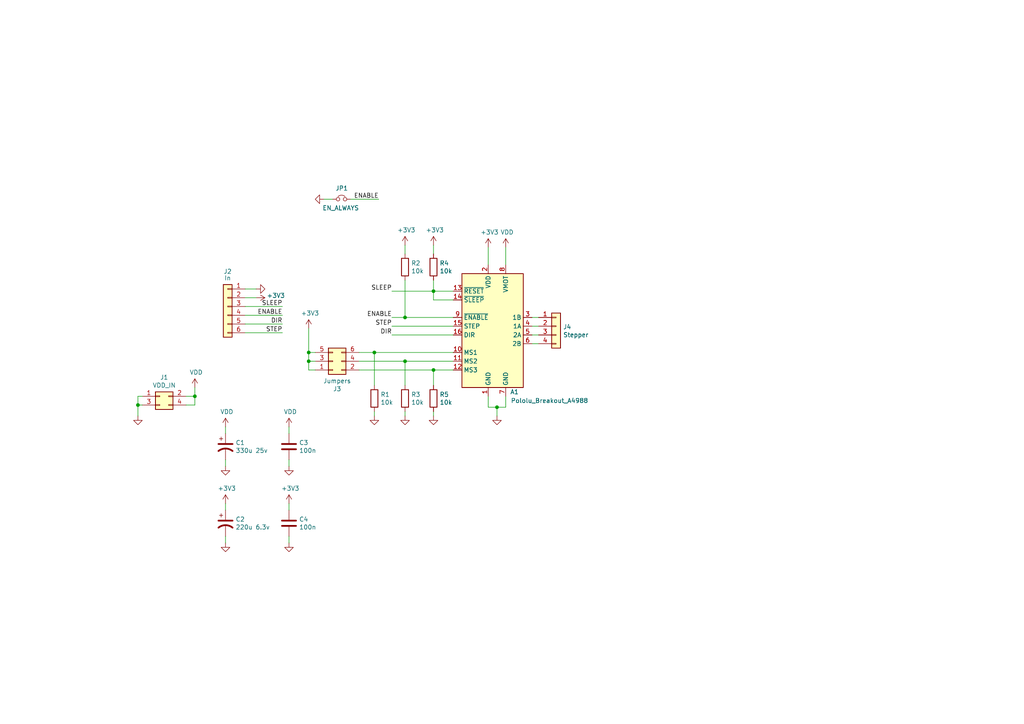
<source format=kicad_sch>
(kicad_sch (version 20200512) (host eeschema "(5.99.0-1804-g711fc999f)")
  (page 1 1)
  (paper "A4")
  (lib_symbols
    (symbol "Connector_Generic:Conn_01x04" (pin_names hide)
      (property "Reference" "J" (at 0 5.08 0))
      (property "Value" "Conn_01x04" (at 0 -7.62 0))
      (symbol "Conn_01x04_1_1"
        (rectangle (start -1.27 -4.953) (end 0 -5.207))
        (rectangle (start -1.27 -2.413) (end 0 -2.667))
        (rectangle (start -1.27 2.667) (end 0 2.413))
        (rectangle (start -1.27 3.81) (end 1.27 -6.35) (stroke (width 0.254)) (fill (type background)))
        (rectangle (start -1.27 0.127) (end 0 -0.127))
        (pin passive line (at -5.08 2.54 0) (length 3.81) (name "Pin_1") (number "1"))
        (pin passive line (at -5.08 0 0) (length 3.81) (name "Pin_2") (number "2"))
        (pin passive line (at -5.08 -2.54 0) (length 3.81) (name "Pin_3") (number "3"))
        (pin passive line (at -5.08 -5.08 0) (length 3.81) (name "Pin_4") (number "4"))
      )
    )
    (symbol "Connector_Generic:Conn_01x06" (pin_names hide)
      (property "Reference" "J" (at 0 7.62 0))
      (property "Value" "Conn_01x06" (at 0 -10.16 0))
      (symbol "Conn_01x06_1_1"
        (rectangle (start -1.27 -4.953) (end 0 -5.207))
        (rectangle (start -1.27 -7.493) (end 0 -7.747))
        (rectangle (start -1.27 -2.413) (end 0 -2.667))
        (rectangle (start -1.27 2.667) (end 0 2.413))
        (rectangle (start -1.27 5.207) (end 0 4.953))
        (rectangle (start -1.27 6.35) (end 1.27 -8.89) (stroke (width 0.254)) (fill (type background)))
        (rectangle (start -1.27 0.127) (end 0 -0.127))
        (pin passive line (at -5.08 5.08 0) (length 3.81) (name "Pin_1") (number "1"))
        (pin passive line (at -5.08 2.54 0) (length 3.81) (name "Pin_2") (number "2"))
        (pin passive line (at -5.08 0 0) (length 3.81) (name "Pin_3") (number "3"))
        (pin passive line (at -5.08 -2.54 0) (length 3.81) (name "Pin_4") (number "4"))
        (pin passive line (at -5.08 -5.08 0) (length 3.81) (name "Pin_5") (number "5"))
        (pin passive line (at -5.08 -7.62 0) (length 3.81) (name "Pin_6") (number "6"))
      )
    )
    (symbol "Connector_Generic:Conn_02x02_Odd_Even" (pin_names hide)
      (property "Reference" "J" (at 1.27 2.54 0))
      (property "Value" "Conn_02x02_Odd_Even" (at 1.27 -5.08 0))
      (symbol "Conn_02x02_Odd_Even_1_1"
        (rectangle (start -1.27 -2.413) (end 0 -2.667))
        (rectangle (start -1.27 0.127) (end 0 -0.127))
        (rectangle (start -1.27 1.27) (end 3.81 -3.81) (stroke (width 0.254)) (fill (type background)))
        (rectangle (start 3.81 -2.413) (end 2.54 -2.667))
        (rectangle (start 3.81 0.127) (end 2.54 -0.127))
        (pin passive line (at -5.08 0 0) (length 3.81) (name "Pin_1") (number "1"))
        (pin passive line (at 7.62 0 180) (length 3.81) (name "Pin_2") (number "2"))
        (pin passive line (at -5.08 -2.54 0) (length 3.81) (name "Pin_3") (number "3"))
        (pin passive line (at 7.62 -2.54 180) (length 3.81) (name "Pin_4") (number "4"))
      )
    )
    (symbol "Connector_Generic:Conn_02x03_Odd_Even" (pin_names hide)
      (property "Reference" "J" (at 1.27 5.08 0))
      (property "Value" "Conn_02x03_Odd_Even" (at 1.27 -5.08 0))
      (symbol "Conn_02x03_Odd_Even_1_1"
        (rectangle (start -1.27 -2.413) (end 0 -2.667))
        (rectangle (start -1.27 2.667) (end 0 2.413))
        (rectangle (start -1.27 3.81) (end 3.81 -3.81) (stroke (width 0.254)) (fill (type background)))
        (rectangle (start -1.27 0.127) (end 0 -0.127))
        (rectangle (start 3.81 -2.413) (end 2.54 -2.667))
        (rectangle (start 3.81 2.667) (end 2.54 2.413))
        (rectangle (start 3.81 0.127) (end 2.54 -0.127))
        (pin passive line (at -5.08 2.54 0) (length 3.81) (name "Pin_1") (number "1"))
        (pin passive line (at 7.62 2.54 180) (length 3.81) (name "Pin_2") (number "2"))
        (pin passive line (at -5.08 0 0) (length 3.81) (name "Pin_3") (number "3"))
        (pin passive line (at 7.62 0 180) (length 3.81) (name "Pin_4") (number "4"))
        (pin passive line (at -5.08 -2.54 0) (length 3.81) (name "Pin_5") (number "5"))
        (pin passive line (at 7.62 -2.54 180) (length 3.81) (name "Pin_6") (number "6"))
      )
    )
    (symbol "Device:C" (pin_numbers hide) (pin_names (offset 0.254))
      (property "Reference" "C" (at 0.635 2.54 0))
      (property "Value" "C" (at 0.635 -2.54 0))
      (symbol "C_0_1"
        (polyline (pts (xy -2.032 -0.762) (xy 2.032 -0.762)) (stroke (width 0.508)))
        (polyline (pts (xy -2.032 0.762) (xy 2.032 0.762)) (stroke (width 0.508)))
      )
      (symbol "C_1_1"
        (pin passive line (at 0 3.81 270) (length 2.794) (name "~") (number "1"))
        (pin passive line (at 0 -3.81 90) (length 2.794) (name "~") (number "2"))
      )
    )
    (symbol "Device:CP1" (pin_numbers hide) (pin_names (offset 0.254) hide)
      (property "Reference" "C" (at 0.635 2.54 0))
      (property "Value" "CP1" (at 0.635 -2.54 0))
      (symbol "CP1_0_1"
        (arc (start -2.032 -1.27) (end 2.032 -1.27) (radius (at 0 -3.81) (length 3.2512) (angles 128.7 51.3)) (stroke (width 0.508)))
        (polyline (pts (xy -2.032 0.762) (xy 2.032 0.762)) (stroke (width 0.508)))
        (polyline (pts (xy -1.778 2.286) (xy -0.762 2.286)))
        (polyline (pts (xy -1.27 1.778) (xy -1.27 2.794)))
      )
      (symbol "CP1_1_1"
        (pin passive line (at 0 3.81 270) (length 2.794) (name "~") (number "1"))
        (pin passive line (at 0 -3.81 90) (length 3.302) (name "~") (number "2"))
      )
    )
    (symbol "Device:Jumper_NC_Small" (pin_numbers hide) (pin_names (offset 0.762) hide)
      (property "Reference" "JP" (at 0 2.032 0))
      (property "Value" "Jumper_NC_Small" (at 0.254 -1.524 0))
      (symbol "Jumper_NC_Small_0_1"
        (arc (start 1.016 0.762) (end -1.016 0.762) (radius (at 0 -0.254) (length 1.4478) (angles 45 135)))
        (circle (center -1.016 0) (radius 0.508))
        (circle (center 1.016 0) (radius 0.508))
        (pin passive line (at -2.54 0 0) (length 1.016) (name "1") (number "1"))
        (pin passive line (at 2.54 0 180) (length 1.016) (name "2") (number "2"))
      )
    )
    (symbol "Device:R" (pin_numbers hide) (pin_names (offset 0))
      (property "Reference" "R" (at 2.032 0 90))
      (property "Value" "R" (at 0 0 90))
      (symbol "R_0_1"
        (rectangle (start -1.016 -2.54) (end 1.016 2.54) (stroke (width 0.254)))
      )
      (symbol "R_1_1"
        (pin passive line (at 0 3.81 270) (length 1.27) (name "~") (number "1"))
        (pin passive line (at 0 -3.81 90) (length 1.27) (name "~") (number "2"))
      )
    )
    (symbol "Driver_Motor:Pololu_Breakout_A4988" (pin_names (offset 0.508))
      (property "Reference" "A" (at -2.54 19.05 0))
      (property "Value" "Pololu_Breakout_A4988" (at -2.54 16.51 0))
      (symbol "Pololu_Breakout_A4988_0_1"
        (rectangle (start 10.16 -17.78) (end -7.62 15.24) (stroke (width 0.254)) (fill (type background)))
      )
      (symbol "Pololu_Breakout_A4988_1_1"
        (pin power_in line (at 0 -20.32 90) (length 2.54) (name "GND") (number "1"))
        (pin input line (at -10.16 -7.62 0) (length 2.54) (name "MS1") (number "10"))
        (pin input line (at -10.16 -10.16 0) (length 2.54) (name "MS2") (number "11"))
        (pin input line (at -10.16 -12.7 0) (length 2.54) (name "MS3") (number "12"))
        (pin input line (at -10.16 10.16 0) (length 2.54) (name "~RESET") (number "13"))
        (pin input line (at -10.16 7.62 0) (length 2.54) (name "~SLEEP") (number "14"))
        (pin input line (at -10.16 0 0) (length 2.54) (name "STEP") (number "15"))
        (pin input line (at -10.16 -2.54 0) (length 2.54) (name "DIR") (number "16"))
        (pin power_in line (at 0 17.78 270) (length 2.54) (name "VDD") (number "2"))
        (pin output line (at 12.7 2.54 180) (length 2.54) (name "1B") (number "3"))
        (pin output line (at 12.7 0 180) (length 2.54) (name "1A") (number "4"))
        (pin output line (at 12.7 -2.54 180) (length 2.54) (name "2A") (number "5"))
        (pin output line (at 12.7 -5.08 180) (length 2.54) (name "2B") (number "6"))
        (pin power_in line (at 5.08 -20.32 90) (length 2.54) (name "GND") (number "7"))
        (pin power_in line (at 5.08 17.78 270) (length 2.54) (name "VMOT") (number "8"))
        (pin input line (at -10.16 2.54 0) (length 2.54) (name "~ENABLE") (number "9"))
      )
    )
    (symbol "power:+3.3V" (power) (pin_names (offset 0))
      (property "Value" "+3.3V" (at 0 3.556 0))
      (symbol "+3.3V_0_1"
        (polyline (pts (xy -0.762 1.27) (xy 0 2.54)))
        (polyline (pts (xy 0 0) (xy 0 2.54)))
        (polyline (pts (xy 0 2.54) (xy 0.762 1.27)))
      )
      (symbol "+3.3V_1_1"
        (pin power_in line (at 0 0 90) (length 0) (name "+3V3") (number "1") hide)
      )
    )
    (symbol "power:GND" (power) (pin_names (offset 0))
      (property "Value" "GND" (at 0 -3.81 0))
      (symbol "GND_0_1"
        (polyline (pts (xy 0 0) (xy 0 -1.27) (xy 1.27 -1.27) (xy 0 -2.54) (xy -1.27 -1.27) (xy 0 -1.27)))
      )
      (symbol "GND_1_1"
        (pin power_in line (at 0 0 270) (length 0) (name "GND") (number "1") hide)
      )
    )
    (symbol "power:VDD" (power) (pin_names (offset 0))
      (property "Value" "VDD" (at 0 3.81 0))
      (symbol "VDD_0_1"
        (polyline (pts (xy -0.762 1.27) (xy 0 2.54)))
        (polyline (pts (xy 0 0) (xy 0 2.54)))
        (polyline (pts (xy 0 2.54) (xy 0.762 1.27)))
      )
      (symbol "VDD_1_1"
        (pin power_in line (at 0 0 90) (length 0) (name "VDD") (number "1") hide)
      )
    )
  )
  (junction (at 40.005 117.475))
  (junction (at 56.515 114.935))
  (junction (at 89.535 102.235))
  (junction (at 89.535 104.775))
  (junction (at 108.585 102.235))
  (junction (at 117.475 92.075))
  (junction (at 117.475 104.775))
  (junction (at 125.73 84.455))
  (junction (at 125.73 107.315))
  (junction (at 144.145 118.11))
  (wire (pts (xy 40.005 114.935) (xy 40.005 117.475)))
  (wire (pts (xy 40.005 117.475) (xy 40.005 120.65)))
  (wire (pts (xy 40.005 117.475) (xy 41.275 117.475)))
  (wire (pts (xy 41.275 114.935) (xy 40.005 114.935)))
  (wire (pts (xy 53.975 114.935) (xy 56.515 114.935)))
  (wire (pts (xy 56.515 112.395) (xy 56.515 114.935)))
  (wire (pts (xy 56.515 114.935) (xy 56.515 117.475)))
  (wire (pts (xy 56.515 117.475) (xy 53.975 117.475)))
  (wire (pts (xy 65.405 123.825) (xy 65.405 125.73)))
  (wire (pts (xy 65.405 133.35) (xy 65.405 135.255)))
  (wire (pts (xy 65.405 146.05) (xy 65.405 147.955)))
  (wire (pts (xy 65.405 155.575) (xy 65.405 157.48)))
  (wire (pts (xy 71.12 83.82) (xy 74.295 83.82)))
  (wire (pts (xy 71.12 86.36) (xy 74.295 86.36)))
  (wire (pts (xy 71.12 88.9) (xy 81.915 88.9)))
  (wire (pts (xy 71.12 91.44) (xy 81.915 91.44)))
  (wire (pts (xy 71.12 93.98) (xy 81.915 93.98)))
  (wire (pts (xy 71.12 96.52) (xy 81.915 96.52)))
  (wire (pts (xy 83.82 123.825) (xy 83.82 125.73)))
  (wire (pts (xy 83.82 133.35) (xy 83.82 135.255)))
  (wire (pts (xy 83.82 146.05) (xy 83.82 147.955)))
  (wire (pts (xy 83.82 155.575) (xy 83.82 157.48)))
  (wire (pts (xy 89.535 95.25) (xy 89.535 102.235)))
  (wire (pts (xy 89.535 102.235) (xy 89.535 104.775)))
  (wire (pts (xy 89.535 102.235) (xy 91.44 102.235)))
  (wire (pts (xy 89.535 104.775) (xy 89.535 107.315)))
  (wire (pts (xy 89.535 104.775) (xy 91.44 104.775)))
  (wire (pts (xy 91.44 107.315) (xy 89.535 107.315)))
  (wire (pts (xy 93.98 57.785) (xy 96.52 57.785)))
  (wire (pts (xy 101.6 57.785) (xy 109.855 57.785)))
  (wire (pts (xy 104.14 102.235) (xy 108.585 102.235)))
  (wire (pts (xy 104.14 104.775) (xy 117.475 104.775)))
  (wire (pts (xy 104.14 107.315) (xy 125.73 107.315)))
  (wire (pts (xy 108.585 102.235) (xy 108.585 111.76)))
  (wire (pts (xy 108.585 102.235) (xy 131.445 102.235)))
  (wire (pts (xy 108.585 119.38) (xy 108.585 120.65)))
  (wire (pts (xy 113.665 84.455) (xy 125.73 84.455)))
  (wire (pts (xy 113.665 92.075) (xy 117.475 92.075)))
  (wire (pts (xy 113.665 94.615) (xy 131.445 94.615)))
  (wire (pts (xy 113.665 97.155) (xy 131.445 97.155)))
  (wire (pts (xy 117.475 71.12) (xy 117.475 73.66)))
  (wire (pts (xy 117.475 92.075) (xy 117.475 81.28)))
  (wire (pts (xy 117.475 104.775) (xy 117.475 111.76)))
  (wire (pts (xy 117.475 104.775) (xy 131.445 104.775)))
  (wire (pts (xy 117.475 119.38) (xy 117.475 120.65)))
  (wire (pts (xy 125.73 71.12) (xy 125.73 73.66)))
  (wire (pts (xy 125.73 84.455) (xy 125.73 81.28)))
  (wire (pts (xy 125.73 84.455) (xy 131.445 84.455)))
  (wire (pts (xy 125.73 86.995) (xy 125.73 84.455)))
  (wire (pts (xy 125.73 107.315) (xy 125.73 111.76)))
  (wire (pts (xy 125.73 107.315) (xy 131.445 107.315)))
  (wire (pts (xy 125.73 119.38) (xy 125.73 120.65)))
  (wire (pts (xy 131.445 86.995) (xy 125.73 86.995)))
  (wire (pts (xy 131.445 92.075) (xy 117.475 92.075)))
  (wire (pts (xy 141.605 71.755) (xy 141.605 76.835)))
  (wire (pts (xy 141.605 118.11) (xy 141.605 114.935)))
  (wire (pts (xy 141.605 118.11) (xy 144.145 118.11)))
  (wire (pts (xy 144.145 118.11) (xy 144.145 120.65)))
  (wire (pts (xy 144.145 118.11) (xy 146.685 118.11)))
  (wire (pts (xy 146.685 71.755) (xy 146.685 76.835)))
  (wire (pts (xy 146.685 114.935) (xy 146.685 118.11)))
  (wire (pts (xy 154.305 92.075) (xy 156.21 92.075)))
  (wire (pts (xy 154.305 94.615) (xy 156.21 94.615)))
  (wire (pts (xy 154.305 97.155) (xy 156.21 97.155)))
  (wire (pts (xy 154.305 99.695) (xy 156.21 99.695)))
  (label "SLEEP" (at 81.915 88.9 180))
  (label "ENABLE" (at 81.915 91.44 180))
  (label "DIR" (at 81.915 93.98 180))
  (label "STEP" (at 81.915 96.52 180))
  (label "ENABLE" (at 109.855 57.785 180))
  (label "SLEEP" (at 113.665 84.455 180))
  (label "ENABLE" (at 113.665 92.075 180))
  (label "STEP" (at 113.665 94.615 180))
  (label "DIR" (at 113.665 97.155 180))
  (symbol (lib_id "power:VDD") (at 56.515 112.395 0) (unit 1)
    (property "Reference" "#PWR0111" (effects hide))
    (property "Value" "VDD" (at 56.896 108.0008 0))
  )
  (symbol (lib_id "power:VDD") (at 65.405 123.825 0) (unit 1)
    (property "Reference" "#PWR0103" (effects hide))
    (property "Value" "VDD" (at 65.786 119.4308 0))
  )
  (symbol (lib_id "power:+3.3V") (at 65.405 146.05 0) (unit 1)
    (property "Reference" "#PWR0108" (effects hide))
    (property "Value" "+3.3V" (at 65.786 141.6558 0))
  )
  (symbol (lib_id "power:+3.3V") (at 74.295 86.36 270) (unit 1)
    (property "Reference" "#PWR0121" (effects hide))
    (property "Value" "+3.3V" (at 80.01 85.725 90))
  )
  (symbol (lib_id "power:VDD") (at 83.82 123.825 0) (unit 1)
    (property "Reference" "#PWR0102" (effects hide))
    (property "Value" "VDD" (at 84.201 119.4308 0))
  )
  (symbol (lib_id "power:+3.3V") (at 83.82 146.05 0) (unit 1)
    (property "Reference" "#PWR0109" (effects hide))
    (property "Value" "+3.3V" (at 84.201 141.6558 0))
  )
  (symbol (lib_id "power:+3.3V") (at 89.535 95.25 0) (unit 1)
    (property "Reference" "#PWR0115" (effects hide))
    (property "Value" "+3.3V" (at 89.916 90.8558 0))
  )
  (symbol (lib_id "power:+3.3V") (at 117.475 71.12 0) (unit 1)
    (property "Reference" "#PWR0120" (effects hide))
    (property "Value" "+3.3V" (at 117.856 66.7258 0))
  )
  (symbol (lib_id "power:+3.3V") (at 125.73 71.12 0) (unit 1)
    (property "Reference" "#PWR0118" (effects hide))
    (property "Value" "+3.3V" (at 126.111 66.7258 0))
  )
  (symbol (lib_id "power:+3.3V") (at 141.605 71.755 0) (unit 1)
    (property "Reference" "#PWR0117" (effects hide))
    (property "Value" "+3.3V" (at 141.986 67.3608 0))
  )
  (symbol (lib_id "power:VDD") (at 146.685 71.755 0) (unit 1)
    (property "Reference" "#PWR0116" (effects hide))
    (property "Value" "VDD" (at 147.066 67.3608 0))
  )
  (symbol (lib_id "power:GND") (at 40.005 120.65 0) (unit 1)
    (property "Reference" "#PWR0104" (effects hide))
    (property "Value" "GND" (effects hide))
  )
  (symbol (lib_id "power:GND") (at 65.405 135.255 0) (unit 1)
    (property "Reference" "#PWR0107" (effects hide))
    (property "Value" "GND" (effects hide))
  )
  (symbol (lib_id "power:GND") (at 65.405 157.48 0) (unit 1)
    (property "Reference" "#PWR0106" (effects hide))
    (property "Value" "GND" (effects hide))
  )
  (symbol (lib_id "power:GND") (at 74.295 83.82 90) (unit 1)
    (property "Reference" "#PWR0122" (effects hide))
    (property "Value" "GND" (effects hide))
  )
  (symbol (lib_id "power:GND") (at 83.82 135.255 0) (unit 1)
    (property "Reference" "#PWR0110" (effects hide))
    (property "Value" "GND" (effects hide))
  )
  (symbol (lib_id "power:GND") (at 83.82 157.48 0) (unit 1)
    (property "Reference" "#PWR0105" (effects hide))
    (property "Value" "GND" (effects hide))
  )
  (symbol (lib_id "power:GND") (at 93.98 57.785 270) (unit 1)
    (property "Reference" "#PWR0119" (effects hide))
    (property "Value" "GND" (effects hide))
  )
  (symbol (lib_id "power:GND") (at 108.585 120.65 0) (unit 1)
    (property "Reference" "#PWR0101" (effects hide))
    (property "Value" "GND" (effects hide))
  )
  (symbol (lib_id "power:GND") (at 117.475 120.65 0) (unit 1)
    (property "Reference" "#PWR0114" (effects hide))
    (property "Value" "GND" (effects hide))
  )
  (symbol (lib_id "power:GND") (at 125.73 120.65 0) (unit 1)
    (property "Reference" "#PWR0113" (effects hide))
    (property "Value" "GND" (effects hide))
  )
  (symbol (lib_id "power:GND") (at 144.145 120.65 0) (unit 1)
    (property "Reference" "#PWR0112" (effects hide))
    (property "Value" "GND" (effects hide))
  )
  (symbol (lib_id "Device:Jumper_NC_Small") (at 99.06 57.785 0) (unit 1)
    (property "Reference" "JP1" (at 100.965 54.61 0) (effects (justify right)))
    (property "Value" "EN_ALWAYS" (at 104.14 60.325 0) (effects (justify right)))
    (property "Footprint" "Connector_PinHeader_2.54mm:PinHeader_1x02_P2.54mm_Vertical" (effects hide))
  )
  (symbol (lib_id "Device:R") (at 108.585 115.57 0) (unit 1)
    (property "Reference" "R1" (at 110.363 114.427 0) (effects (justify left)))
    (property "Value" "10k" (at 110.363 116.713 0) (effects (justify left)))
    (property "Footprint" "Resistor_SMD:R_0805_2012Metric_Pad1.15x1.40mm_HandSolder" (effects hide))
  )
  (symbol (lib_id "Device:R") (at 117.475 77.47 0) (unit 1)
    (property "Reference" "R2" (at 119.253 76.327 0) (effects (justify left)))
    (property "Value" "10k" (at 119.253 78.613 0) (effects (justify left)))
    (property "Footprint" "Resistor_SMD:R_0805_2012Metric_Pad1.15x1.40mm_HandSolder" (effects hide))
  )
  (symbol (lib_id "Device:R") (at 117.475 115.57 0) (unit 1)
    (property "Reference" "R3" (at 119.253 114.427 0) (effects (justify left)))
    (property "Value" "10k" (at 119.253 116.713 0) (effects (justify left)))
    (property "Footprint" "Resistor_SMD:R_0805_2012Metric_Pad1.15x1.40mm_HandSolder" (effects hide))
  )
  (symbol (lib_id "Device:R") (at 125.73 77.47 0) (unit 1)
    (property "Reference" "R4" (at 127.508 76.327 0) (effects (justify left)))
    (property "Value" "10k" (at 127.508 78.613 0) (effects (justify left)))
    (property "Footprint" "Resistor_SMD:R_0805_2012Metric_Pad1.15x1.40mm_HandSolder" (effects hide))
  )
  (symbol (lib_id "Device:R") (at 125.73 115.57 0) (unit 1)
    (property "Reference" "R5" (at 127.508 114.427 0) (effects (justify left)))
    (property "Value" "10k" (at 127.508 116.713 0) (effects (justify left)))
    (property "Footprint" "Resistor_SMD:R_0805_2012Metric_Pad1.15x1.40mm_HandSolder" (effects hide))
  )
  (symbol (lib_id "Device:CP1") (at 65.405 129.54 0) (unit 1)
    (property "Reference" "C1" (at 68.326 128.397 0) (effects (justify left)))
    (property "Value" "330u 25v" (at 68.326 130.683 0) (effects (justify left)))
    (property "Footprint" "Capacitor_THT:CP_Radial_D8.0mm_P3.50mm" (effects hide))
  )
  (symbol (lib_id "Device:CP1") (at 65.405 151.765 0) (unit 1)
    (property "Reference" "C2" (at 68.326 150.622 0) (effects (justify left)))
    (property "Value" "220u 6.3v" (at 68.326 152.908 0) (effects (justify left)))
    (property "Footprint" "Capacitor_THT:CP_Radial_D6.3mm_P2.50mm" (effects hide))
  )
  (symbol (lib_id "Device:C") (at 83.82 129.54 0) (unit 1)
    (property "Reference" "C3" (at 86.741 128.397 0) (effects (justify left)))
    (property "Value" "100n" (at 86.741 130.683 0) (effects (justify left)))
    (property "Footprint" "Capacitor_SMD:C_0805_2012Metric_Pad1.15x1.40mm_HandSolder" (effects hide))
  )
  (symbol (lib_id "Device:C") (at 83.82 151.765 0) (unit 1)
    (property "Reference" "C4" (at 86.741 150.622 0) (effects (justify left)))
    (property "Value" "100n" (at 86.741 152.908 0) (effects (justify left)))
    (property "Footprint" "Capacitor_SMD:C_0805_2012Metric_Pad1.15x1.40mm_HandSolder" (effects hide))
  )
  (symbol (lib_id "Connector_Generic:Conn_01x04") (at 161.29 94.615 0) (unit 1)
    (property "Reference" "J4" (at 163.322 94.8182 0) (effects (justify left)))
    (property "Value" "Stepper" (at 163.322 97.1296 0) (effects (justify left)))
    (property "Footprint" "Connector_PinHeader_2.54mm:PinHeader_1x04_P2.54mm_Vertical" (effects hide))
  )
  (symbol (lib_id "Connector_Generic:Conn_02x02_Odd_Even") (at 46.355 114.935 0) (unit 1)
    (property "Reference" "J1" (at 47.625 109.4486 0))
    (property "Value" "VDD_IN" (at 47.625 111.76 0))
    (property "Footprint" "Connector_PinHeader_2.54mm:PinHeader_2x02_P2.54mm_Vertical" (effects hide))
  )
  (symbol (lib_id "Connector_Generic:Conn_01x06") (at 66.04 88.9 0) (mirror y) (unit 1)
    (property "Reference" "J2" (at 66.04 78.74 0))
    (property "Value" "In" (at 66.04 80.645 0))
    (property "Footprint" "Connector_PinHeader_2.54mm:PinHeader_1x06_P2.54mm_Vertical" (effects hide))
  )
  (symbol (lib_id "Connector_Generic:Conn_02x03_Odd_Even") (at 96.52 104.775 0) (mirror x) (unit 1)
    (property "Reference" "J3" (at 97.79 112.8014 0))
    (property "Value" "Jumpers" (at 97.79 110.49 0))
    (property "Footprint" "Connector_PinHeader_2.54mm:PinHeader_2x03_P2.54mm_Vertical" (effects hide))
  )
  (symbol (lib_id "Driver_Motor:Pololu_Breakout_A4988") (at 141.605 94.615 0) (unit 1)
    (property "Reference" "A1" (at 149.225 113.665 0))
    (property "Value" "Pololu_Breakout_A4988" (at 159.385 116.205 0))
    (property "Footprint" "Module:Pololu_Breakout-16_15.2x20.3mm" (effects hide))
    (property "Datasheet" "https://www.pololu.com/product/2980/pictures" (effects hide))
  )
)
</source>
